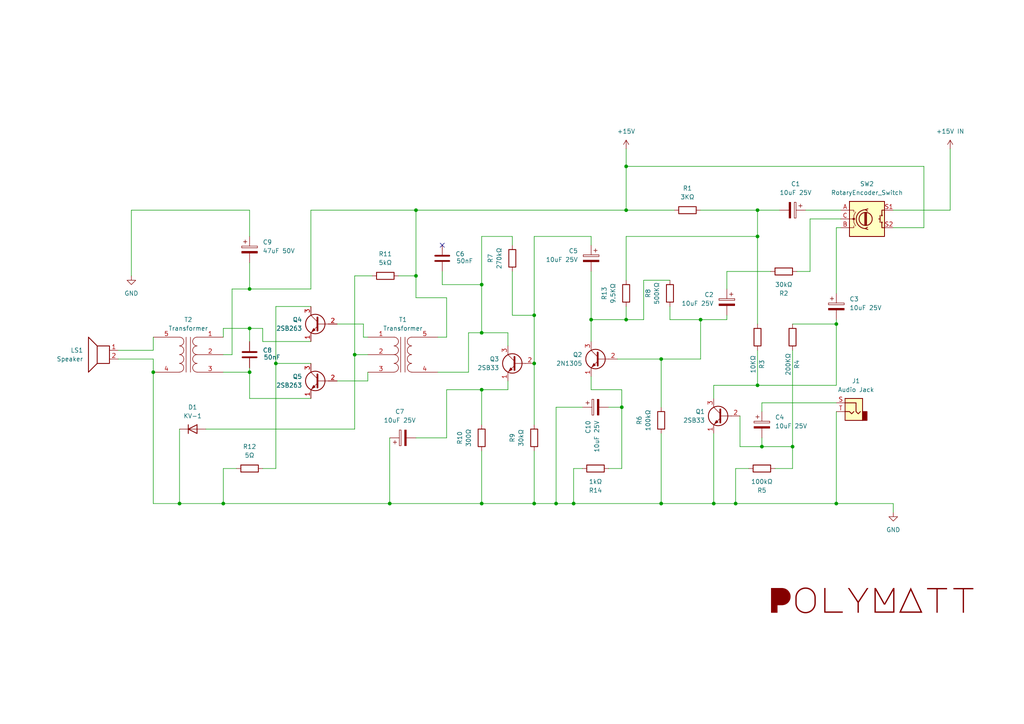
<source format=kicad_sch>
(kicad_sch (version 20250114) (generator "eeschema") (generator_version "9.0")
  (paper "A4")
  (title_block (title "72-312 Low Power Audio Amp") (rev "1") (company "KITARON ") (comment 1 "Model 72-312") (comment 2 "Reverse engineered by polymatt"))
  (lib_symbols
    (symbol "Connector_Audio:AudioJack2"
      (property "Reference" "J" (at 0 8.89 0))
      (property "Value" "AudioJack2" (at 0 6.35 0))
      (symbol "AudioJack2_0_1"
        (rectangle (start -3.81 0) (end -2.54 -2.54) (stroke (width 0.254)) (fill (type outline)))
        (rectangle (start -2.54 3.81) (end 2.54 -2.54) (stroke (width 0.254)) (fill (type background)))
        (polyline (pts (xy 0 0) (xy 0.635 -0.635) (xy 1.27 0) (xy 2.54 0)) (stroke (width 0.254)))
        (polyline (pts (xy 2.54 2.54) (xy -0.635 2.54) (xy -0.635 0) (xy -1.27 -0.635) (xy -1.905 0)) (stroke (width 0.254)))
      )
      (symbol "AudioJack2_1_1"
        (pin passive line (at 5.08 2.54 180) (length 2.54) (name "~") (number "S"))
        (pin passive line (at 5.08 0 180) (length 2.54) (name "~") (number "T"))
      )
    )
    (symbol "Device:C" (pin_numbers (hide yes)) (pin_names (offset 0.254))
      (property "Reference" "C" (at 0.635 2.54 0))
      (property "Value" "C" (at 0.635 -2.54 0))
      (symbol "C_0_1"
        (polyline (pts (xy -2.032 0.762) (xy 2.032 0.762)) (stroke (width 0.508)))
        (polyline (pts (xy -2.032 -0.762) (xy 2.032 -0.762)) (stroke (width 0.508)))
      )
      (symbol "C_1_1"
        (pin passive line (at 0 3.81 270) (length 2.794) (name "~") (number "1"))
        (pin passive line (at 0 -3.81 90) (length 2.794) (name "~") (number "2"))
      )
    )
    (symbol "Device:C_Polarized" (pin_numbers (hide yes)) (pin_names (offset 0.254))
      (property "Reference" "C" (at 0.635 2.54 0))
      (property "Value" "C_Polarized" (at 0.635 -2.54 0))
      (symbol "C_Polarized_0_1"
        (rectangle (start -2.286 0.508) (end 2.286 1.016))
        (polyline (pts (xy -1.778 2.286) (xy -0.762 2.286)))
        (polyline (pts (xy -1.27 2.794) (xy -1.27 1.778)))
        (rectangle (start 2.286 -0.508) (end -2.286 -1.016) (fill (type outline)))
      )
      (symbol "C_Polarized_1_1"
        (pin passive line (at 0 3.81 270) (length 2.794) (name "~") (number "1"))
        (pin passive line (at 0 -3.81 90) (length 2.794) (name "~") (number "2"))
      )
    )
    (symbol "Device:D" (pin_numbers (hide yes)) (pin_names (offset 1.016) (hide yes))
      (property "Reference" "D" (at 0 2.54 0))
      (property "Value" "D" (at 0 -2.54 0))
      (symbol "D_0_1"
        (polyline (pts (xy -1.27 1.27) (xy -1.27 -1.27)) (stroke (width 0.254)))
        (polyline (pts (xy 1.27 1.27) (xy 1.27 -1.27) (xy -1.27 0) (xy 1.27 1.27)) (stroke (width 0.254)))
        (polyline (pts (xy 1.27 0) (xy -1.27 0)))
      )
      (symbol "D_1_1"
        (pin passive line (at -3.81 0 0) (length 2.54) (name "K") (number "1"))
        (pin passive line (at 3.81 0 180) (length 2.54) (name "A") (number "2"))
      )
    )
    (symbol "Device:R" (pin_numbers (hide yes)) (pin_names (offset 0))
      (property "Reference" "R" (at 2.032 0 90))
      (property "Value" "R" (at 0 0 90))
      (symbol "R_0_1"
        (rectangle (start -1.016 -2.54) (end 1.016 2.54) (stroke (width 0.254)))
      )
      (symbol "R_1_1"
        (pin passive line (at 0 3.81 270) (length 1.27) (name "~") (number "1"))
        (pin passive line (at 0 -3.81 90) (length 1.27) (name "~") (number "2"))
      )
    )
    (symbol "Device:RotaryEncoder_Switch" (pin_names (offset 0.254) (hide yes))
      (property "Reference" "SW" (at 0 6.604 0))
      (property "Value" "RotaryEncoder_Switch" (at 0 -6.604 0))
      (symbol "RotaryEncoder_Switch_0_1"
        (rectangle (start -5.08 5.08) (end 5.08 -5.08) (stroke (width 0.254)) (fill (type background)))
        (polyline (pts (xy -5.08 2.54) (xy -3.81 2.54) (xy -3.81 2.032)))
        (polyline (pts (xy -5.08 0) (xy -3.81 0) (xy -3.81 -1.016) (xy -3.302 -2.032)))
        (polyline (pts (xy -5.08 -2.54) (xy -3.81 -2.54) (xy -3.81 -2.032)))
        (polyline (pts (xy -4.318 0) (xy -3.81 0) (xy -3.81 1.016) (xy -3.302 2.032)))
        (circle (center -3.81 0) (radius 0.254) (fill (type outline)))
        (polyline (pts (xy -0.635 -1.778) (xy -0.635 1.778)) (stroke (width 0.254)))
        (circle (center -0.381 0) (radius 1.905) (stroke (width 0.254)))
        (polyline (pts (xy -0.381 -1.778) (xy -0.381 1.778)) (stroke (width 0.254)))
        (arc (start -0.381 -2.794) (mid -3.0988 -0.0635) (end -0.381 2.667) (stroke (width 0.254)))
        (polyline (pts (xy -0.127 1.778) (xy -0.127 -1.778)) (stroke (width 0.254)))
        (polyline (pts (xy 0.254 2.921) (xy -0.508 2.667) (xy 0.127 2.286)) (stroke (width 0.254)))
        (polyline (pts (xy 0.254 -3.048) (xy -0.508 -2.794) (xy 0.127 -2.413)) (stroke (width 0.254)))
        (polyline (pts (xy 3.81 1.016) (xy 3.81 -1.016)) (stroke (width 0.254)))
        (polyline (pts (xy 3.81 0) (xy 3.429 0)) (stroke (width 0.254)))
        (circle (center 4.318 1.016) (radius 0.127) (stroke (width 0.254)))
        (circle (center 4.318 -1.016) (radius 0.127) (stroke (width 0.254)))
        (polyline (pts (xy 5.08 2.54) (xy 4.318 2.54) (xy 4.318 1.016)) (stroke (width 0.254)))
        (polyline (pts (xy 5.08 -2.54) (xy 4.318 -2.54) (xy 4.318 -1.016)) (stroke (width 0.254)))
      )
      (symbol "RotaryEncoder_Switch_1_1"
        (pin passive line (at -7.62 2.54 0) (length 2.54) (name "A") (number "A"))
        (pin passive line (at -7.62 0 0) (length 2.54) (name "C") (number "C"))
        (pin passive line (at -7.62 -2.54 0) (length 2.54) (name "B") (number "B"))
        (pin passive line (at 7.62 2.54 180) (length 2.54) (name "S1") (number "S1"))
        (pin passive line (at 7.62 -2.54 180) (length 2.54) (name "S2") (number "S2"))
      )
    )
    (symbol "Device:Speaker" (pin_names (offset 0) (hide yes))
      (property "Reference" "LS" (at 1.27 5.715 0))
      (property "Value" "Speaker" (at 1.27 3.81 0))
      (symbol "Speaker_0_0"
        (rectangle (start -2.54 1.27) (end 1.016 -3.81) (stroke (width 0.254)))
        (polyline (pts (xy 1.016 1.27) (xy 3.556 3.81) (xy 3.556 -6.35) (xy 1.016 -3.81)) (stroke (width 0.254)))
      )
      (symbol "Speaker_1_1"
        (pin input line (at -5.08 0 0) (length 2.54) (name "1") (number "1"))
        (pin input line (at -5.08 -2.54 0) (length 2.54) (name "2") (number "2"))
      )
    )
    (symbol "Device:Transformer_SP_1S" (pin_names (offset 1.016) (hide yes))
      (property "Reference" "T" (at 0 6.35 0))
      (property "Value" "Transformer_SP_1S" (at 0 -7.62 0))
      (symbol "Transformer_SP_1S_0_1"
        (arc (start -1.27 3.81) (mid -1.656 2.9336) (end -2.54 2.5654))
        (arc (start -1.27 1.27) (mid -1.656 0.3936) (end -2.54 0.0254))
        (arc (start -1.27 -1.27) (mid -1.656 -2.1464) (end -2.54 -2.5146))
        (arc (start -1.27 -3.81) (mid -1.656 -4.6864) (end -2.54 -5.0546))
        (arc (start -2.54 5.08) (mid -1.642 4.708) (end -1.27 3.81))
        (arc (start -2.54 2.54) (mid -1.642 2.168) (end -1.27 1.27))
        (arc (start -2.54 0) (mid -1.642 -0.372) (end -1.27 -1.27))
        (arc (start -2.54 -2.54) (mid -1.642 -2.912) (end -1.27 -3.81))
        (polyline (pts (xy -0.635 5.08) (xy -0.635 -5.08)))
        (polyline (pts (xy 0.635 -5.08) (xy 0.635 5.08)))
        (arc (start 1.2954 3.81) (mid 1.6457 4.7117) (end 2.54 5.08))
        (arc (start 1.2954 1.27) (mid 1.6457 2.1717) (end 2.54 2.54))
        (arc (start 1.2954 -1.27) (mid 1.6457 -0.3683) (end 2.54 0))
        (arc (start 2.54 2.5654) (mid 1.6599 2.9299) (end 1.2954 3.81))
        (arc (start 2.54 0.0254) (mid 1.6599 0.3899) (end 1.2954 1.27))
        (arc (start 2.54 -2.5146) (mid 1.6599 -2.1501) (end 1.2954 -1.27))
        (arc (start 1.3208 -3.81) (mid 1.6711 -2.9085) (end 2.5654 -2.54))
        (arc (start 2.5654 -5.0546) (mid 1.6851 -4.6902) (end 1.3208 -3.81))
      )
      (symbol "Transformer_SP_1S_1_1"
        (pin passive line (at -10.16 5.08 0) (length 7.62) (name "PR1") (number "1"))
        (pin passive line (at -10.16 0 0) (length 7.62) (name "PM") (number "2"))
        (pin passive line (at -10.16 -5.08 0) (length 7.62) (name "PR2") (number "3"))
        (pin passive line (at 10.16 5.08 180) (length 7.62) (name "S2") (number "5"))
        (pin passive line (at 10.16 -5.08 180) (length 7.62) (name "S1") (number "4"))
      )
    )
    (symbol "Transistor_BJT:BC107" (pin_names (offset 0) (hide yes))
      (property "Reference" "Q" (at 5.08 1.905 0))
      (property "Value" "BC107" (at 5.08 0 0))
      (symbol "BC107_0_1"
        (polyline (pts (xy -2.54 0) (xy 0.635 0)))
        (polyline (pts (xy 0.635 1.905) (xy 0.635 -1.905)) (stroke (width 0.508)))
        (circle (center 1.27 0) (radius 2.8194) (stroke (width 0.254)))
      )
      (symbol "BC107_1_1"
        (polyline (pts (xy 0.635 0.635) (xy 2.54 2.54)))
        (polyline (pts (xy 0.635 -0.635) (xy 2.54 -2.54)))
        (polyline (pts (xy 1.27 -1.778) (xy 1.778 -1.27) (xy 2.286 -2.286) (xy 1.27 -1.778)) (fill (type outline)))
        (pin input line (at -5.08 0 0) (length 2.54) (name "B") (number "2"))
        (pin passive line (at 2.54 5.08 270) (length 2.54) (name "C") (number "3"))
        (pin passive line (at 2.54 -5.08 90) (length 2.54) (name "E") (number "1"))
      )
    )
    (symbol "power:+15V" (power) (pin_numbers (hide yes)) (pin_names (offset 0) (hide yes))
      (property "Value" "+15V" (at 0 3.556 0))
      (symbol "+15V_0_1"
        (polyline (pts (xy -0.762 1.27) (xy 0 2.54)))
        (polyline (pts (xy 0 2.54) (xy 0.762 1.27)))
        (polyline (pts (xy 0 0) (xy 0 2.54)))
      )
      (symbol "+15V_1_1"
        (pin power_in line (at 0 0 90) (length 0) (name "~") (number "1"))
      )
    )
    (symbol "power:GND" (power) (pin_numbers (hide yes)) (pin_names (offset 0) (hide yes))
      (property "Value" "GND" (at 0 -3.81 0))
      (symbol "GND_0_1"
        (polyline (pts (xy 0 0) (xy 0 -1.27) (xy 1.27 -1.27) (xy 0 -2.54) (xy -1.27 -1.27) (xy 0 -1.27)))
      )
      (symbol "GND_1_1"
        (pin power_in line (at 0 0 270) (length 0) (name "~") (number "1"))
      )
    )
  )
  (polyline (pts (xy 248.9122 174.3803) (xy 251.4403 170.5417) (xy 251.8943 170.5417) (xy 249.098 174.7827) (xy 249.098 177.7236) (xy 248.7162 177.7236) (xy 248.7162 174.7827) (xy 245.9095 170.5417) (xy 246.3635 170.5417) (xy 248.9122 174.3803)) (stroke (width -0.0001) (type solid)) (fill (type color) (color 132 0 0 1)))
  (polyline (pts (xy 274.6883 170.9235) (xy 271.9745 170.9235) (xy 271.9745 177.7236) (xy 271.603 177.7236) (xy 271.603 170.9235) (xy 268.8892 170.9235) (xy 268.8892 170.5417) (xy 274.6883 170.5417) (xy 274.6883 170.9235)) (stroke (width -0.0001) (type solid)) (fill (type color) (color 132 0 0 1)))
  (polyline (pts (xy 256.5515 174.9685) (xy 259.0486 170.5314) (xy 259.4304 170.5314) (xy 259.4304 177.7133) (xy 253.6313 177.7133) (xy 253.6313 177.3418) (xy 254.0131 177.3418) (xy 259.0486 177.3418) (xy 259.0486 171.3053) (xy 256.7269 175.3916) (xy 256.3658 175.3916) (xy 254.0131 171.2434) (xy 254.0131 177.3418) (xy 253.6313 177.3418) (xy 253.6313 170.5314) (xy 254.044 170.5314) (xy 256.5515 174.9685)) (stroke (width -0.0001) (type solid)) (fill (type color) (color 132 0 0 1)))
  (polyline (pts (xy 233.7441 170.3885) (xy 233.8433 170.3932) (xy 233.9414 170.4009) (xy 234.0387 170.4118) (xy 234.1349 170.4258) (xy 234.2302 170.4428) (xy 234.3245 170.463) (xy 234.4179 170.4863) (xy 234.5103 170.5127) (xy 234.6017 170.5421) (xy 234.6921 170.5747) (xy 234.7816 170.6104) (xy 234.8701 170.6492) (xy 234.9577 170.6911) (xy 235.0443 170.7361) (xy 235.1299 170.7842) (xy 235.2139 170.835) (xy 235.2957 170.888) (xy 235.3753 170.9432) (xy 235.4527 171.0006) (xy 235.5278 171.0602) (xy 235.6008 171.1221) (xy 235.6715 171.1862) (xy 235.74 171.2524) (xy 235.8063 171.321) (xy 235.8703 171.3917) (xy 235.9322 171.4646) (xy 235.9918 171.5398) (xy 236.0492 171.6171) (xy 236.1044 171.6967) (xy 236.1574 171.7785) (xy 236.2082 171.8625) (xy 236.2563 171.9482) (xy 236.3013 172.0347) (xy 236.3432 172.1223) (xy 236.382 172.2108) (xy 236.4177 172.3003) (xy 236.4503 172.3907) (xy 236.4798 172.4822) (xy 236.5061 172.5745) (xy 236.5294 172.6679) (xy 236.5496 172.7622) (xy 236.5667 172.8575) (xy 236.5806 172.9538) (xy 236.5915 173.051) (xy 236.5993 173.1492) (xy 236.6039 173.2483) (xy 236.6055 173.3484) (xy 236.6055 174.9169) (xy 236.6039 175.017) (xy 236.5993 175.1162) (xy 236.5915 175.2144) (xy 236.5806 175.3116) (xy 236.5667 175.4078) (xy 236.5496 175.5031) (xy 236.5294 175.5974) (xy 236.5061 175.6908) (xy 236.4798 175.7832) (xy 236.4503 175.8746) (xy 236.4177 175.9651) (xy 236.382 176.0545) (xy 236.3432 176.1431) (xy 236.3013 176.2306) (xy 236.2563 176.3172) (xy 236.2082 176.4028) (xy 236.1574 176.4868) (xy 236.1044 176.5686) (xy 236.0492 176.6482) (xy 235.9918 176.7256) (xy 235.9322 176.8007) (xy 235.8703 176.8737) (xy 235.8063 176.9444) (xy 235.74 177.0129) (xy 235.6715 177.0792) (xy 235.6008 177.1432) (xy 235.5278 177.2051) (xy 235.4527 177.2647) (xy 235.3753 177.3222) (xy 235.2957 177.3774) (xy 235.2139 177.4303) (xy 235.1299 177.4811) (xy 235.0443 177.5292) (xy 234.9577 177.5742) (xy 234.8701 177.6161) (xy 234.7816 177.6549) (xy 234.6921 177.6906) (xy 234.6017 177.7232) (xy 234.5103 177.7527) (xy 234.4179 177.7791) (xy 234.3245 177.8023) (xy 234.2302 177.8225) (xy 234.1349 177.8396) (xy 234.0387 177.8535) (xy 233.9414 177.8644) (xy 233.8433 177.8722) (xy 233.7441 177.8768) (xy 233.644 177.8784) (xy 233.5439 177.8768) (xy 233.4447 177.8722) (xy 233.3465 177.8644) (xy 233.2493 177.8535) (xy 233.153 177.8396) (xy 233.0577 177.8225) (xy 232.9634 177.8023) (xy 232.8701 177.7791) (xy 232.7777 177.7527) (xy 232.6863 177.7232) (xy 232.5958 177.6906) (xy 232.5063 177.6549) (xy 232.4178 177.6161) (xy 232.3303 177.5742) (xy 232.2437 177.5292) (xy 232.1581 177.4811) (xy 232.0741 177.4303) (xy 231.9923 177.3774) (xy 231.9127 177.3222) (xy 231.8353 177.2647) (xy 231.7601 177.2051) (xy 231.6872 177.1432) (xy 231.6165 177.0792) (xy 231.548 177.0129) (xy 231.4817 176.9444) (xy 231.4176 176.8737) (xy 231.3558 176.8007) (xy 231.2961 176.7256) (xy 231.2387 176.6482) (xy 231.1835 176.5686) (xy 231.1305 176.4868) (xy 231.0798 176.4028) (xy 231.0317 176.3172) (xy 230.9867 176.2306) (xy 230.9448 176.1431) (xy 230.906 176.0545) (xy 230.8703 175.9651) (xy 230.8377 175.8746) (xy 230.8082 175.7832) (xy 230.7818 175.6908) (xy 230.7585 175.5974) (xy 230.7384 175.5031) (xy 230.7213 175.4078) (xy 230.7073 175.3116) (xy 230.6965 175.2144) (xy 230.6887 175.1162) (xy 230.684 175.017) (xy 230.6825 174.9169) (xy 230.6825 173.3484) (xy 231.0643 173.3484) (xy 231.0643 174.9169) (xy 231.0656 175.0042) (xy 231.0697 175.0906) (xy 231.0764 175.1762) (xy 231.0859 175.261) (xy 231.098 175.3449) (xy 231.1129 175.4279) (xy 231.1305 175.5101) (xy 231.1507 175.5915) (xy 231.1737 175.672) (xy 231.1993 175.7517) (xy 231.2277 175.8305) (xy 231.2587 175.9085) (xy 231.2925 175.9856) (xy 231.329 176.0619) (xy 231.3681 176.1373) (xy 231.41 176.2119) (xy 231.4541 176.2851) (xy 231.5003 176.3564) (xy 231.5483 176.4257) (xy 231.5983 176.4931) (xy 231.6502 176.5585) (xy 231.7041 176.6221) (xy 231.7598 176.6837) (xy 231.8176 176.7433) (xy 231.8772 176.801) (xy 231.9388 176.8568) (xy 232.0023 176.9107) (xy 232.0678 176.9626) (xy 232.1352 177.0126) (xy 232.2045 177.0606) (xy 232.2758 177.1067) (xy 232.349 177.1509) (xy 232.4236 177.1928) (xy 232.499 177.2319) (xy 232.5753 177.2684) (xy 232.6524 177.3021) (xy 232.7304 177.3332) (xy 232.8092 177.3616) (xy 232.8889 177.3872) (xy 232.9694 177.4102) (xy 233.0508 177.4304) (xy 233.133 177.448) (xy 233.216 177.4628) (xy 233.2999 177.475) (xy 233.3847 177.4844) (xy 233.4703 177.4912) (xy 233.5567 177.4952) (xy 233.644 177.4966) (xy 233.7313 177.4952) (xy 233.8177 177.4912) (xy 233.9033 177.4844) (xy 233.988 177.475) (xy 234.0719 177.4628) (xy 234.155 177.448) (xy 234.2372 177.4304) (xy 234.3186 177.4102) (xy 234.3991 177.3872) (xy 234.4787 177.3616) (xy 234.5576 177.3332) (xy 234.6355 177.3021) (xy 234.7127 177.2684) (xy 234.789 177.2319) (xy 234.8644 177.1928) (xy 234.939 177.1509) (xy 235.0122 177.1067) (xy 235.0834 177.0606) (xy 235.1528 177.0126) (xy 235.2202 176.9626) (xy 235.2856 176.9107) (xy 235.3492 176.8568) (xy 235.4107 176.801) (xy 235.4704 176.7433) (xy 235.5281 176.6837) (xy 235.5839 176.6221) (xy 235.6378 176.5585) (xy 235.6897 176.4931) (xy 235.7397 176.4257) (xy 235.7877 176.3564) (xy 235.8338 176.2851) (xy 235.878 176.2119) (xy 235.9198 176.1373) (xy 235.959 176.0619) (xy 235.9955 175.9856) (xy 236.0292 175.9085) (xy 236.0603 175.8305) (xy 236.0886 175.7517) (xy 236.1143 175.672) (xy 236.1372 175.5915) (xy 236.1575 175.5101) (xy 236.1751 175.4279) (xy 236.1899 175.3449) (xy 236.2021 175.261) (xy 236.2115 175.1762) (xy 236.2183 175.0906) (xy 236.2223 175.0042) (xy 236.2237 174.9169) (xy 236.2237 173.3484) (xy 236.2223 173.2612) (xy 236.2183 173.1747) (xy 236.2115 173.0891) (xy 236.2021 173.0044) (xy 236.1899 172.9205) (xy 236.1751 172.8374) (xy 236.1575 172.7552) (xy 236.1372 172.6739) (xy 236.1143 172.5933) (xy 236.0886 172.5137) (xy 236.0603 172.4349) (xy 236.0292 172.3569) (xy 235.9955 172.2797) (xy 235.959 172.2035) (xy 235.9198 172.128) (xy 235.878 172.0534) (xy 235.8338 171.9802) (xy 235.7877 171.909) (xy 235.7397 171.8396) (xy 235.6897 171.7723) (xy 235.6378 171.7068) (xy 235.5839 171.6433) (xy 235.5281 171.5817) (xy 235.4704 171.522) (xy 235.4107 171.4643) (xy 235.3492 171.4085) (xy 235.2856 171.3547) (xy 235.2202 171.3028) (xy 235.1528 171.2528) (xy 235.0834 171.2047) (xy 235.0122 171.1586) (xy 234.939 171.1144) (xy 234.8644 171.0726) (xy 234.789 171.0334) (xy 234.7127 170.997) (xy 234.6355 170.9632) (xy 234.5576 170.9321) (xy 234.4787 170.9038) (xy 234.3991 170.8781) (xy 234.3186 170.8552) (xy 234.2372 170.8349) (xy 234.155 170.8174) (xy 234.0719 170.8025) (xy 233.988 170.7904) (xy 233.9033 170.7809) (xy 233.8177 170.7742) (xy 233.7313 170.7701) (xy 233.644 170.7688) (xy 233.5567 170.7701) (xy 233.4703 170.7742) (xy 233.3847 170.7809) (xy 233.2999 170.7904) (xy 233.216 170.8025) (xy 233.133 170.8174) (xy 233.0508 170.8349) (xy 232.9694 170.8552) (xy 232.8889 170.8781) (xy 232.8092 170.9038) (xy 232.7304 170.9321) (xy 232.6524 170.9632) (xy 232.5753 170.997) (xy 232.499 171.0334) (xy 232.4236 171.0726) (xy 232.349 171.1144) (xy 232.2758 171.1586) (xy 232.2045 171.2047) (xy 232.1352 171.2528) (xy 232.0678 171.3028) (xy 232.0023 171.3547) (xy 231.9388 171.4085) (xy 231.8772 171.4643) (xy 231.8176 171.522) (xy 231.7598 171.5817) (xy 231.7041 171.6433) (xy 231.6502 171.7068) (xy 231.5983 171.7723) (xy 231.5483 171.8396) (xy 231.5003 171.909) (xy 231.4541 171.9802) (xy 231.41 172.0534) (xy 231.3681 172.128) (xy 231.329 172.2035) (xy 231.2925 172.2797) (xy 231.2587 172.3569) (xy 231.2277 172.4349) (xy 231.1993 172.5137) (xy 231.1737 172.5933) (xy 231.1507 172.6739) (xy 231.1305 172.7552) (xy 231.1129 172.8374) (xy 231.098 172.9205) (xy 231.0859 173.0044) (xy 231.0764 173.0891) (xy 231.0697 173.1747) (xy 231.0656 173.2612) (xy 231.0643 173.3484) (xy 230.6825 173.3484) (xy 230.684 173.2483) (xy 230.6887 173.1492) (xy 230.6965 173.051) (xy 230.7073 172.9538) (xy 230.7213 172.8575) (xy 230.7384 172.7622) (xy 230.7585 172.6679) (xy 230.7818 172.5745) (xy 230.8082 172.4822) (xy 230.8377 172.3907) (xy 230.8703 172.3003) (xy 230.906 172.2108) (xy 230.9448 172.1223) (xy 230.9867 172.0347) (xy 231.0317 171.9482) (xy 231.0798 171.8625) (xy 231.1305 171.7785) (xy 231.1835 171.6967) (xy 231.2387 171.6171) (xy 231.2961 171.5398) (xy 231.3558 171.4646) (xy 231.4176 171.3917) (xy 231.4817 171.321) (xy 231.548 171.2524) (xy 231.6165 171.1862) (xy 231.6872 171.1221) (xy 231.7601 171.0602) (xy 231.8353 171.0006) (xy 231.9127 170.9432) (xy 231.9923 170.888) (xy 232.0741 170.835) (xy 232.1581 170.7842) (xy 232.2437 170.7361) (xy 232.3303 170.6911) (xy 232.4178 170.6492) (xy 232.5063 170.6104) (xy 232.5958 170.5747) (xy 232.6863 170.5421) (xy 232.7777 170.5127) (xy 232.8701 170.4863) (xy 232.9634 170.463) (xy 233.0577 170.4428) (xy 233.153 170.4258) (xy 233.2493 170.4118) (xy 233.3465 170.4009) (xy 233.4447 170.3932) (xy 233.5439 170.3885) (xy 233.644 170.387) (xy 233.7441 170.3885)) (stroke (width -0.0001) (type solid)) (fill (type color) (color 132 0 0 1)))
  (polyline (pts (xy 239.4362 177.3418) (xy 244.4408 177.3418) (xy 244.4408 177.7236) (xy 239.0544 177.7236) (xy 239.0544 170.5417) (xy 239.4362 170.5417) (xy 239.4362 177.3418)) (stroke (width -0.0001) (type solid)) (fill (type color) (color 132 0 0 1)))
  (polyline (pts (xy 282.3173 170.9235) (xy 279.6035 170.9235) (xy 279.6035 177.7236) (xy 279.232 177.7236) (xy 279.232 170.9235) (xy 276.5182 170.9235) (xy 276.5182 170.5417) (xy 282.3173 170.5417) (xy 282.3173 170.9235)) (stroke (width -0.0001) (type solid)) (fill (type color) (color 132 0 0 1)))
  (polyline (pts (xy 226.7275 170.5428) (xy 226.8192 170.5461) (xy 226.9094 170.5515) (xy 226.9979 170.5592) (xy 227.0848 170.569) (xy 227.1701 170.5809) (xy 227.2538 170.5951) (xy 227.3358 170.6114) (xy 227.4163 170.6299) (xy 227.4951 170.6506) (xy 227.5723 170.6734) (xy 227.648 170.6985) (xy 227.722 170.7257) (xy 227.7944 170.7551) (xy 227.8651 170.7866) (xy 227.9343 170.8204) (xy 228.012 170.8614) (xy 228.0876 170.9046) (xy 228.1613 170.9499) (xy 228.2329 170.9974) (xy 228.3025 171.047) (xy 228.3701 171.0987) (xy 228.4357 171.1526) (xy 228.4993 171.2086) (xy 228.5608 171.2667) (xy 228.6203 171.327) (xy 228.6779 171.3894) (xy 228.7334 171.454) (xy 228.7869 171.5207) (xy 228.8383 171.5895) (xy 228.8878 171.6605) (xy 228.9352 171.7336) (xy 228.9802 171.8082) (xy 229.0223 171.8837) (xy 229.0615 171.9602) (xy 229.0977 172.0376) (xy 229.1311 172.116) (xy 229.1616 172.1952) (xy 229.1892 172.2754) (xy 229.2138 172.3566) (xy 229.2356 172.4386) (xy 229.2545 172.5216) (xy 229.2704 172.6055) (xy 229.2835 172.6903) (xy 229.2936 172.7761) (xy 229.3009 172.8627) (xy 229.3053 172.9503) (xy 229.3067 173.0389) (xy 229.3053 173.1274) (xy 229.301 173.2151) (xy 229.2938 173.3019) (xy 229.2838 173.3878) (xy 229.2709 173.4728) (xy 229.2552 173.5569) (xy 229.2366 173.6402) (xy 229.2151 173.7225) (xy 229.1908 173.804) (xy 229.1636 173.8845) (xy 229.1336 173.9642) (xy 229.1006 174.043) (xy 229.0649 174.1209) (xy 229.0262 174.198) (xy 228.9847 174.2741) (xy 228.9404 174.3494) (xy 228.8936 174.4231) (xy 228.8447 174.4946) (xy 228.7938 174.564) (xy 228.7408 174.6312) (xy 228.6857 174.6962) (xy 228.6286 174.759) (xy 228.5695 174.8197) (xy 228.5083 174.8782) (xy 228.445 174.9345) (xy 228.3797 174.9886) (xy 228.3123 175.0406) (xy 228.2429 175.0904) (xy 228.1714 175.138) (xy 228.0979 175.1834) (xy 228.0223 175.2267) (xy 227.9446 175.2677) (xy 227.8766 175.3015) (xy 227.8068 175.333) (xy 227.7351 175.3624) (xy 227.6615 175.3896) (xy 227.5861 175.4147) (xy 227.5088 175.4375) (xy 227.4297 175.4582) (xy 227.3487 175.4767) (xy 227.2659 175.493) (xy 227.1812 175.5072) (xy 227.0947 175.5191) (xy 227.0063 175.5289) (xy 226.916 175.5365) (xy 226.8239 175.542) (xy 226.73 175.5452) (xy 226.6341 175.5463) (xy 225.5094 175.5463) (xy 225.5094 177.7236) (xy 223.6314 177.7236) (xy 223.6314 170.5417) (xy 226.6341 170.5417) (xy 226.7275 170.5428)) (stroke (width -0.0001) (type solid)) (fill (type color) (color 132 0 0 1)))
  (polyline (pts (xy 267.5444 177.7236) (xy 260.7753 177.7236) (xy 260.9514 177.3418) (xy 261.3738 177.3418) (xy 266.9459 177.3418) (xy 264.1598 171.295) (xy 261.3738 177.3418) (xy 260.9514 177.3418) (xy 264.1598 170.387) (xy 267.5444 177.7236)) (stroke (width -0.0001) (type solid)) (fill (type color) (color 132 0 0 1)))
  (junction (at 44.45 107.95))
  (junction (at 171.45 92.71))
  (junction (at 181.61 60.96))
  (junction (at 113.03 146.05))
  (junction (at 191.77 146.05))
  (junction (at 242.57 93.98))
  (junction (at 139.7 82.55))
  (junction (at 181.61 48.26))
  (junction (at 166.37 146.05))
  (junction (at 219.71 60.96))
  (junction (at 139.7 113.03))
  (junction (at 181.61 92.71))
  (junction (at 213.36 146.05))
  (junction (at 72.39 107.95))
  (junction (at 64.77 146.05))
  (junction (at 120.65 80.01))
  (junction (at 102.87 102.87))
  (junction (at 229.87 129.54))
  (junction (at 52.07 146.05))
  (junction (at 191.77 104.14))
  (junction (at 154.94 105.41))
  (junction (at 80.01 105.41))
  (junction (at 72.39 83.82))
  (junction (at 161.29 146.05))
  (junction (at 219.71 111.76))
  (junction (at 219.71 68.58))
  (junction (at 72.39 95.25))
  (junction (at 203.2 92.71))
  (junction (at 207.01 146.05))
  (junction (at 139.7 96.52))
  (junction (at 139.7 146.05))
  (junction (at 154.94 91.44))
  (junction (at 242.57 146.05))
  (junction (at 120.65 60.96))
  (junction (at 180.34 118.11))
  (junction (at 220.98 129.54))
  (junction (at 154.94 146.05))
  (no_connect (at 128.27 71.12))
  (wire (pts (xy 147.32 96.52) (xy 147.32 100.33)))
  (wire (pts (xy 120.65 127) (xy 129.54 127)))
  (wire (pts (xy 128.27 82.55) (xy 139.7 82.55)))
  (wire (pts (xy 102.87 80.01) (xy 107.95 80.01)))
  (wire (pts (xy 129.54 97.79) (xy 127 97.79)))
  (wire (pts (xy 127 107.95) (xy 135.89 107.95)))
  (wire (pts (xy 154.94 130.81) (xy 154.94 146.05)))
  (wire (pts (xy 219.71 101.6) (xy 219.71 111.76)))
  (wire (pts (xy 72.39 99.06) (xy 72.39 95.25)))
  (wire (pts (xy 171.45 109.22) (xy 171.45 113.03)))
  (wire (pts (xy 267.97 66.04) (xy 267.97 48.26)))
  (wire (pts (xy 220.98 119.38) (xy 220.98 116.84)))
  (wire (pts (xy 181.61 68.58) (xy 181.61 81.28)))
  (wire (pts (xy 171.45 92.71) (xy 171.45 99.06)))
  (wire (pts (xy 80.01 88.9) (xy 90.17 88.9)))
  (wire (pts (xy 203.2 92.71) (xy 203.2 104.14)))
  (wire (pts (xy 220.98 127) (xy 220.98 129.54)))
  (wire (pts (xy 44.45 146.05) (xy 52.07 146.05)))
  (wire (pts (xy 90.17 60.96) (xy 120.65 60.96)))
  (wire (pts (xy 139.7 82.55) (xy 139.7 96.52)))
  (wire (pts (xy 213.36 146.05) (xy 242.57 146.05)))
  (wire (pts (xy 106.68 97.79) (xy 105.41 97.79)))
  (wire (pts (xy 180.34 135.89) (xy 176.53 135.89)))
  (wire (pts (xy 64.77 135.89) (xy 64.77 146.05)))
  (wire (pts (xy 171.45 92.71) (xy 181.61 92.71)))
  (wire (pts (xy 194.31 81.28) (xy 186.69 81.28)))
  (wire (pts (xy 217.17 135.89) (xy 213.36 135.89)))
  (wire (pts (xy 259.08 66.04) (xy 267.97 66.04)))
  (wire (pts (xy 38.1 60.96) (xy 38.1 80.01)))
  (wire (pts (xy 52.07 146.05) (xy 64.77 146.05)))
  (wire (pts (xy 72.39 68.58) (xy 72.39 60.96)))
  (wire (pts (xy 229.87 93.98) (xy 242.57 93.98)))
  (wire (pts (xy 214.63 120.65) (xy 214.63 129.54)))
  (wire (pts (xy 72.39 60.96) (xy 38.1 60.96)))
  (wire (pts (xy 168.91 118.11) (xy 161.29 118.11)))
  (wire (pts (xy 90.17 99.06) (xy 76.2 99.06)))
  (wire (pts (xy 171.45 113.03) (xy 180.34 113.03)))
  (wire (pts (xy 181.61 43.18) (xy 181.61 48.26)))
  (wire (pts (xy 120.65 80.01) (xy 120.65 86.36)))
  (wire (pts (xy 166.37 135.89) (xy 166.37 146.05)))
  (wire (pts (xy 233.68 60.96) (xy 243.84 60.96)))
  (wire (pts (xy 44.45 107.95) (xy 44.45 146.05)))
  (wire (pts (xy 115.57 80.01) (xy 120.65 80.01)))
  (wire (pts (xy 161.29 146.05) (xy 166.37 146.05)))
  (wire (pts (xy 243.84 63.5) (xy 234.95 63.5)))
  (wire (pts (xy 171.45 71.12) (xy 171.45 68.58)))
  (wire (pts (xy 210.82 78.74) (xy 210.82 83.82)))
  (wire (pts (xy 105.41 97.79) (xy 105.41 93.98)))
  (wire (pts (xy 113.03 127) (xy 113.03 146.05)))
  (wire (pts (xy 242.57 93.98) (xy 242.57 111.76)))
  (wire (pts (xy 191.77 104.14) (xy 203.2 104.14)))
  (wire (pts (xy 213.36 135.89) (xy 213.36 146.05)))
  (wire (pts (xy 180.34 118.11) (xy 180.34 135.89)))
  (wire (pts (xy 179.07 104.14) (xy 191.77 104.14)))
  (wire (pts (xy 80.01 135.89) (xy 76.2 135.89)))
  (wire (pts (xy 64.77 135.89) (xy 68.58 135.89)))
  (wire (pts (xy 64.77 97.79) (xy 64.77 95.25)))
  (wire (pts (xy 148.59 71.12) (xy 148.59 68.58)))
  (wire (pts (xy 242.57 66.04) (xy 242.57 85.09)))
  (wire (pts (xy 120.65 60.96) (xy 120.65 80.01)))
  (wire (pts (xy 219.71 60.96) (xy 226.06 60.96)))
  (wire (pts (xy 191.77 146.05) (xy 207.01 146.05)))
  (wire (pts (xy 161.29 118.11) (xy 161.29 146.05)))
  (wire (pts (xy 242.57 146.05) (xy 259.08 146.05)))
  (wire (pts (xy 64.77 107.95) (xy 72.39 107.95)))
  (wire (pts (xy 166.37 146.05) (xy 191.77 146.05)))
  (wire (pts (xy 148.59 91.44) (xy 154.94 91.44)))
  (wire (pts (xy 194.31 88.9) (xy 194.31 92.71)))
  (wire (pts (xy 129.54 127) (xy 129.54 113.03)))
  (wire (pts (xy 34.29 101.6) (xy 44.45 101.6)))
  (wire (pts (xy 120.65 86.36) (xy 129.54 86.36)))
  (wire (pts (xy 219.71 60.96) (xy 219.71 68.58)))
  (wire (pts (xy 139.7 113.03) (xy 147.32 113.03)))
  (wire (pts (xy 120.65 60.96) (xy 181.61 60.96)))
  (wire (pts (xy 139.7 68.58) (xy 139.7 82.55)))
  (wire (pts (xy 168.91 135.89) (xy 166.37 135.89)))
  (wire (pts (xy 44.45 104.14) (xy 44.45 107.95)))
  (wire (pts (xy 220.98 129.54) (xy 229.87 129.54)))
  (wire (pts (xy 105.41 93.98) (xy 97.79 93.98)))
  (wire (pts (xy 171.45 68.58) (xy 154.94 68.58)))
  (wire (pts (xy 259.08 60.96) (xy 275.59 60.96)))
  (wire (pts (xy 234.95 78.74) (xy 231.14 78.74)))
  (wire (pts (xy 229.87 135.89) (xy 224.79 135.89)))
  (wire (pts (xy 210.82 92.71) (xy 210.82 91.44)))
  (wire (pts (xy 214.63 129.54) (xy 220.98 129.54)))
  (wire (pts (xy 72.39 107.95) (xy 72.39 106.68)))
  (wire (pts (xy 194.31 92.71) (xy 203.2 92.71)))
  (wire (pts (xy 154.94 68.58) (xy 154.94 91.44)))
  (wire (pts (xy 229.87 101.6) (xy 229.87 129.54)))
  (wire (pts (xy 186.69 81.28) (xy 186.69 92.71)))
  (wire (pts (xy 64.77 95.25) (xy 72.39 95.25)))
  (wire (pts (xy 129.54 113.03) (xy 139.7 113.03)))
  (wire (pts (xy 80.01 105.41) (xy 80.01 88.9)))
  (wire (pts (xy 147.32 113.03) (xy 147.32 110.49)))
  (wire (pts (xy 102.87 80.01) (xy 102.87 102.87)))
  (wire (pts (xy 135.89 96.52) (xy 139.7 96.52)))
  (wire (pts (xy 181.61 88.9) (xy 181.61 92.71)))
  (wire (pts (xy 181.61 60.96) (xy 195.58 60.96)))
  (wire (pts (xy 139.7 96.52) (xy 147.32 96.52)))
  (wire (pts (xy 80.01 105.41) (xy 90.17 105.41)))
  (wire (pts (xy 72.39 83.82) (xy 90.17 83.82)))
  (wire (pts (xy 243.84 66.04) (xy 242.57 66.04)))
  (wire (pts (xy 139.7 130.81) (xy 139.7 146.05)))
  (wire (pts (xy 44.45 101.6) (xy 44.45 97.79)))
  (wire (pts (xy 59.69 124.46) (xy 102.87 124.46)))
  (wire (pts (xy 97.79 110.49) (xy 106.68 110.49)))
  (wire (pts (xy 34.29 104.14) (xy 44.45 104.14)))
  (wire (pts (xy 220.98 116.84) (xy 242.57 116.84)))
  (wire (pts (xy 139.7 113.03) (xy 139.7 123.19)))
  (wire (pts (xy 207.01 146.05) (xy 213.36 146.05)))
  (wire (pts (xy 128.27 78.74) (xy 128.27 82.55)))
  (wire (pts (xy 180.34 113.03) (xy 180.34 118.11)))
  (wire (pts (xy 102.87 102.87) (xy 106.68 102.87)))
  (wire (pts (xy 72.39 76.2) (xy 72.39 83.82)))
  (wire (pts (xy 203.2 92.71) (xy 210.82 92.71)))
  (wire (pts (xy 171.45 92.71) (xy 171.45 78.74)))
  (wire (pts (xy 203.2 60.96) (xy 219.71 60.96)))
  (wire (pts (xy 72.39 115.57) (xy 72.39 107.95)))
  (wire (pts (xy 219.71 111.76) (xy 207.01 111.76)))
  (wire (pts (xy 234.95 63.5) (xy 234.95 78.74)))
  (wire (pts (xy 148.59 78.74) (xy 148.59 91.44)))
  (wire (pts (xy 129.54 86.36) (xy 129.54 97.79)))
  (wire (pts (xy 207.01 125.73) (xy 207.01 146.05)))
  (wire (pts (xy 52.07 124.46) (xy 52.07 146.05)))
  (wire (pts (xy 64.77 102.87) (xy 67.31 102.87)))
  (wire (pts (xy 186.69 92.71) (xy 181.61 92.71)))
  (wire (pts (xy 154.94 146.05) (xy 161.29 146.05)))
  (wire (pts (xy 180.34 118.11) (xy 176.53 118.11)))
  (wire (pts (xy 135.89 107.95) (xy 135.89 96.52)))
  (wire (pts (xy 259.08 148.59) (xy 259.08 146.05)))
  (wire (pts (xy 80.01 135.89) (xy 80.01 105.41)))
  (wire (pts (xy 154.94 91.44) (xy 154.94 105.41)))
  (wire (pts (xy 90.17 115.57) (xy 72.39 115.57)))
  (wire (pts (xy 242.57 111.76) (xy 219.71 111.76)))
  (wire (pts (xy 181.61 48.26) (xy 181.61 60.96)))
  (wire (pts (xy 242.57 119.38) (xy 242.57 146.05)))
  (wire (pts (xy 76.2 95.25) (xy 72.39 95.25)))
  (wire (pts (xy 191.77 118.11) (xy 191.77 104.14)))
  (wire (pts (xy 113.03 146.05) (xy 139.7 146.05)))
  (wire (pts (xy 139.7 146.05) (xy 154.94 146.05)))
  (wire (pts (xy 76.2 99.06) (xy 76.2 95.25)))
  (wire (pts (xy 102.87 124.46) (xy 102.87 102.87)))
  (wire (pts (xy 67.31 102.87) (xy 67.31 83.82)))
  (wire (pts (xy 219.71 68.58) (xy 219.71 93.98)))
  (wire (pts (xy 191.77 125.73) (xy 191.77 146.05)))
  (wire (pts (xy 154.94 105.41) (xy 154.94 123.19)))
  (wire (pts (xy 275.59 60.96) (xy 275.59 43.18)))
  (wire (pts (xy 207.01 111.76) (xy 207.01 115.57)))
  (wire (pts (xy 181.61 48.26) (xy 267.97 48.26)))
  (wire (pts (xy 64.77 146.05) (xy 113.03 146.05)))
  (wire (pts (xy 148.59 68.58) (xy 139.7 68.58)))
  (wire (pts (xy 90.17 83.82) (xy 90.17 60.96)))
  (wire (pts (xy 242.57 92.71) (xy 242.57 93.98)))
  (wire (pts (xy 181.61 68.58) (xy 219.71 68.58)))
  (wire (pts (xy 223.52 78.74) (xy 210.82 78.74)))
  (wire (pts (xy 229.87 129.54) (xy 229.87 135.89)))
  (wire (pts (xy 67.31 83.82) (xy 72.39 83.82)))
  (wire (pts (xy 106.68 107.95) (xy 106.68 110.49)))
  (symbol (lib_id "Device:Transformer_SP_1S") (at 54.61 102.87 0) (mirror y) (unit 1)
    (property "Reference" "T2" (at 54.5973 92.71 0))
    (property "Value" "Transformer" (at 54.5973 95.25 0))
    (property "Description" "Transformer, split primary, single secondary" (effects (hide yes)))
  )
  (symbol (lib_id "Connector_Audio:AudioJack2") (at 247.65 119.38 0) (mirror y) (unit 1)
    (property "Reference" "J1" (at 248.285 110.49 0))
    (property "Value" "Audio Jack" (at 248.285 113.03 0))
    (property "Description" "Audio Jack, 2 Poles (Mono / TS)" (effects (hide yes)))
  )
  (symbol (lib_id "Transistor_BJT:BC107") (at 209.55 120.65 0) (mirror y) (unit 1)
    (property "Reference" "Q1" (at 204.47 119.3799 0) (effects (justify left)))
    (property "Value" "2SB33" (at 204.47 121.9199 0) (effects (justify left)))
    (property "Footprint" "Package_TO_SOT_THT:TO-18-3" (effects (hide yes)))
    (property "Datasheet" "http://www.b-kainka.de/Daten/Transistor/BC108.pdf" (effects (hide yes)))
    (property "Description" "0.1A Ic, 50V Vce, Low Noise General Purpose NPN Transistor, TO-18" (effects (hide yes)))
  )
  (symbol (lib_id "Device:C_Polarized") (at 220.98 123.19 0) (unit 1)
    (property "Reference" "C4" (at 224.79 121.0309 0) (effects (justify left)))
    (property "Value" "10uF 25V" (at 224.79 123.5709 0) (effects (justify left)))
    (property "Description" "Polarized capacitor" (effects (hide yes)))
  )
  (symbol (lib_id "Device:C_Polarized") (at 172.72 118.11 90) (mirror x) (unit 1)
    (property "Reference" "C10" (at 170.5609 121.92 0) (effects (justify left)))
    (property "Value" "10uF 25V" (at 173.1009 121.92 0) (effects (justify left)))
    (property "Description" "Polarized capacitor" (effects (hide yes)))
  )
  (symbol (lib_id "power:+15V") (at 275.59 43.18 0) (unit 1)
    (property "Reference" "#PWR02" (effects (hide yes)))
    (property "Value" "+15V IN" (at 275.59 38.1 0))
    (property "Description" "Power symbol creates a global label with name \"+15V\"" (effects (hide yes)))
  )
  (symbol (lib_id "Device:R") (at 194.31 85.09 180) (unit 1)
    (property "Reference" "R8" (at 187.96 85.09 90))
    (property "Value" "500KΩ" (at 190.5 85.09 90))
    (property "Description" "Resistor" (effects (hide yes)))
  )
  (symbol (lib_id "Device:R") (at 227.33 78.74 90) (mirror x) (unit 1)
    (property "Reference" "R2" (at 227.33 85.09 90))
    (property "Value" "30 kΩ" (at 227.33 82.55 90))
    (property "Description" "Resistor" (effects (hide yes)))
  )
  (symbol (lib_id "power:GND") (at 259.08 148.59 0) (unit 1)
    (property "Reference" "#PWR01" (effects (hide yes)))
    (property "Value" "GND" (at 259.08 153.67 0))
    (property "Description" "Power symbol creates a global label with name \"GND\" , ground" (effects (hide yes)))
  )
  (symbol (lib_id "Device:R") (at 72.39 135.89 90) (unit 1)
    (property "Reference" "R12" (at 72.39 129.54 90))
    (property "Value" "5Ω" (at 72.39 132.08 90))
    (property "Description" "Resistor" (effects (hide yes)))
  )
  (symbol (lib_id "Device:C_Polarized") (at 229.87 60.96 270) (unit 1)
    (property "Reference" "C1" (at 230.759 53.34 90))
    (property "Value" "10uF 25V" (at 230.759 55.88 90))
    (property "Description" "Polarized capacitor" (effects (hide yes)))
  )
  (symbol (lib_id "Transistor_BJT:BC107") (at 92.71 110.49 0) (mirror y) (unit 1)
    (property "Reference" "Q5" (at 87.63 109.2199 0) (effects (justify left)))
    (property "Value" "2SB263" (at 87.63 111.7599 0) (effects (justify left)))
    (property "Footprint" "Package_TO_SOT_THT:TO-18-3" (effects (hide yes)))
    (property "Datasheet" "http://www.b-kainka.de/Daten/Transistor/BC108.pdf" (effects (hide yes)))
    (property "Description" "0.1A Ic, 50V Vce, Low Noise General Purpose NPN Transistor, TO-18" (effects (hide yes)))
  )
  (symbol (lib_id "Device:C") (at 128.27 74.93 0) (unit 1)
    (property "Reference" "C6" (at 132.08 73.6599 0) (effects (justify left)))
    (property "Value" "50nF" (at 132.334 75.692 0) (effects (justify left)))
    (property "Description" "Unpolarized capacitor" (effects (hide yes)))
  )
  (symbol (lib_id "Transistor_BJT:BC107") (at 92.71 93.98 0) (mirror y) (unit 1)
    (property "Reference" "Q4" (at 87.63 92.7099 0) (effects (justify left)))
    (property "Value" "2SB263" (at 87.63 95.2499 0) (effects (justify left)))
    (property "Footprint" "Package_TO_SOT_THT:TO-18-3" (effects (hide yes)))
    (property "Datasheet" "http://www.b-kainka.de/Daten/Transistor/BC108.pdf" (effects (hide yes)))
    (property "Description" "0.1A Ic, 50V Vce, Low Noise General Purpose NPN Transistor, TO-18" (effects (hide yes)))
  )
  (symbol (lib_id "Device:R") (at 111.76 80.01 90) (unit 1)
    (property "Reference" "R11" (at 111.76 73.66 90))
    (property "Value" "5 kΩ" (at 111.76 76.2 90))
    (property "Description" "Resistor" (effects (hide yes)))
  )
  (symbol (lib_id "Device:C_Polarized") (at 171.45 74.93 0) (mirror y) (unit 1)
    (property "Reference" "C5" (at 167.64 72.7709 0) (effects (justify left)))
    (property "Value" "10uF 25V" (at 167.64 75.3109 0) (effects (justify left)))
    (property "Description" "Polarized capacitor" (effects (hide yes)))
  )
  (symbol (lib_id "power:GND") (at 38.1 80.01 0) (unit 1)
    (property "Reference" "#PWR04" (effects (hide yes)))
    (property "Value" "GND" (at 38.1 85.09 0))
    (property "Description" "Power symbol creates a global label with name \"GND\" , ground" (effects (hide yes)))
  )
  (symbol (lib_id "Device:C_Polarized") (at 242.57 88.9 0) (unit 1)
    (property "Reference" "C3" (at 246.38 86.7409 0) (effects (justify left)))
    (property "Value" "10uF 25V" (at 246.38 89.2809 0) (effects (justify left)))
    (property "Description" "Polarized capacitor" (effects (hide yes)))
  )
  (symbol (lib_id "Device:C_Polarized") (at 210.82 87.63 0) (mirror y) (unit 1)
    (property "Reference" "C2" (at 207.01 85.4709 0) (effects (justify left)))
    (property "Value" "10uF 25V" (at 207.01 88.0109 0) (effects (justify left)))
    (property "Description" "Polarized capacitor" (effects (hide yes)))
  )
  (symbol (lib_id "Device:R") (at 139.7 127 180) (unit 1)
    (property "Reference" "R10" (at 133.35 127 90))
    (property "Value" "300Ω" (at 135.89 127 90))
    (property "Description" "Resistor" (effects (hide yes)))
  )
  (symbol (lib_id "Device:D") (at 55.88 124.46 0) (unit 1)
    (property "Reference" "D1" (at 55.88 118.11 0))
    (property "Value" "KV-1" (at 55.88 120.65 0))
    (property "Description" "Diode" (effects (hide yes)))
    (property "Sim.Device" "D" (effects (hide yes)))
    (property "Sim.Pins" "1=K 2=A" (effects (hide yes)))
  )
  (symbol (lib_id "Device:C_Polarized") (at 72.39 72.39 0) (unit 1)
    (property "Reference" "C9" (at 76.2 70.2309 0) (effects (justify left)))
    (property "Value" "47uF 50V" (at 76.2 72.7709 0) (effects (justify left)))
    (property "Description" "Polarized capacitor" (effects (hide yes)))
  )
  (symbol (lib_id "Device:R") (at 172.72 135.89 90) (mirror x) (unit 1)
    (property "Reference" "R14" (at 172.72 142.24 90))
    (property "Value" "1 kΩ" (at 172.72 139.7 90))
    (property "Description" "Resistor" (effects (hide yes)))
  )
  (symbol (lib_id "Device:R") (at 154.94 127 180) (unit 1)
    (property "Reference" "R9" (at 148.59 127 90))
    (property "Value" "30 kΩ" (at 151.13 127 90))
    (property "Description" "Resistor" (effects (hide yes)))
  )
  (symbol (lib_id "Device:R") (at 191.77 121.92 180) (unit 1)
    (property "Reference" "R6" (at 185.42 121.92 90))
    (property "Value" "100 kΩ" (at 187.96 121.92 90))
    (property "Description" "Resistor" (effects (hide yes)))
  )
  (symbol (lib_id "Transistor_BJT:BC107") (at 149.86 105.41 0) (mirror y) (unit 1)
    (property "Reference" "Q3" (at 144.78 104.1399 0) (effects (justify left)))
    (property "Value" "2SB33" (at 144.78 106.6799 0) (effects (justify left)))
    (property "Footprint" "Package_TO_SOT_THT:TO-18-3" (effects (hide yes)))
    (property "Datasheet" "http://www.b-kainka.de/Daten/Transistor/BC108.pdf" (effects (hide yes)))
    (property "Description" "0.1A Ic, 50V Vce, Low Noise General Purpose NPN Transistor, TO-18" (effects (hide yes)))
  )
  (symbol (lib_id "Device:RotaryEncoder_Switch") (at 251.46 63.5 0) (unit 1)
    (property "Reference" "SW2" (at 251.46 53.34 0))
    (property "Value" "RotaryEncoder_Switch" (at 251.46 55.88 0))
    (property "Description" "Rotary encoder, dual channel, incremental quadrate outputs, with switch" (effects (hide yes)))
  )
  (symbol (lib_id "Device:R") (at 148.59 74.93 180) (unit 1)
    (property "Reference" "R7" (at 142.24 74.93 90))
    (property "Value" "270 kΩ" (at 144.78 74.93 90))
    (property "Description" "Resistor" (effects (hide yes)))
  )
  (symbol (lib_id "Device:Speaker") (at 29.21 101.6 0) (mirror y) (unit 1)
    (property "Reference" "LS1" (at 24.13 101.5999 0) (effects (justify left)))
    (property "Value" "Speaker" (at 24.13 104.1399 0) (effects (justify left)))
    (property "Description" "Speaker" (effects (hide yes)))
  )
  (symbol (lib_id "Device:R") (at 219.71 97.79 0) (mirror x) (unit 1)
    (property "Reference" "R3" (at 220.98 105.664 90))
    (property "Value" "10KΩ" (at 218.44 105.664 90))
    (property "Description" "Resistor" (effects (hide yes)))
  )
  (symbol (lib_id "Device:Transformer_SP_1S") (at 116.84 102.87 0) (unit 1)
    (property "Reference" "T1" (at 116.8527 92.71 0))
    (property "Value" "Transformer" (at 116.8527 95.25 0))
    (property "Description" "Transformer, split primary, single secondary" (effects (hide yes)))
  )
  (symbol (lib_id "Device:R") (at 181.61 85.09 180) (unit 1)
    (property "Reference" "R13" (at 175.26 85.09 90))
    (property "Value" "9.5KΩ" (at 177.8 85.09 90))
    (property "Description" "Resistor" (effects (hide yes)))
  )
  (symbol (lib_id "Device:R") (at 220.98 135.89 90) (mirror x) (unit 1)
    (property "Reference" "R5" (at 220.98 142.24 90))
    (property "Value" "100 kΩ" (at 220.98 139.7 90))
    (property "Description" "Resistor" (effects (hide yes)))
  )
  (symbol (lib_id "Device:R") (at 229.87 97.79 0) (mirror x) (unit 1)
    (property "Reference" "R4" (at 231.14 105.664 90))
    (property "Value" "200KΩ" (at 228.6 105.664 90))
    (property "Description" "Resistor" (effects (hide yes)))
  )
  (symbol (lib_id "Transistor_BJT:BC107") (at 173.99 104.14 0) (mirror y) (unit 1)
    (property "Reference" "Q2" (at 168.91 102.8699 0) (effects (justify left)))
    (property "Value" "2N1305" (at 168.91 105.4099 0) (effects (justify left)))
    (property "Footprint" "Package_TO_SOT_THT:TO-18-3" (effects (hide yes)))
    (property "Datasheet" "http://www.b-kainka.de/Daten/Transistor/BC108.pdf" (effects (hide yes)))
    (property "Description" "0.1A Ic, 50V Vce, Low Noise General Purpose NPN Transistor, TO-18" (effects (hide yes)))
  )
  (symbol (lib_id "Device:C") (at 72.39 102.87 0) (unit 1)
    (property "Reference" "C8" (at 76.2 101.5999 0) (effects (justify left)))
    (property "Value" "50nF" (at 76.454 103.632 0) (effects (justify left)))
    (property "Description" "Unpolarized capacitor" (effects (hide yes)))
  )
  (symbol (lib_id "Device:R") (at 199.39 60.96 90) (unit 1)
    (property "Reference" "R1" (at 199.39 54.61 90))
    (property "Value" "3KΩ" (at 199.39 57.15 90))
    (property "Description" "Resistor" (effects (hide yes)))
  )
  (symbol (lib_id "Device:C_Polarized") (at 116.84 127 90) (unit 1)
    (property "Reference" "C7" (at 115.951 119.38 90))
    (property "Value" "10uF 25V" (at 115.951 121.92 90))
    (property "Description" "Polarized capacitor" (effects (hide yes)))
  )
  (symbol (lib_id "power:+15V") (at 181.61 43.18 0) (unit 1)
    (property "Reference" "#PWR03" (effects (hide yes)))
    (property "Value" "+15V" (at 181.61 38.1 0))
    (property "Description" "Power symbol creates a global label with name \"+15V\"" (effects (hide yes)))
  )
)
</source>
